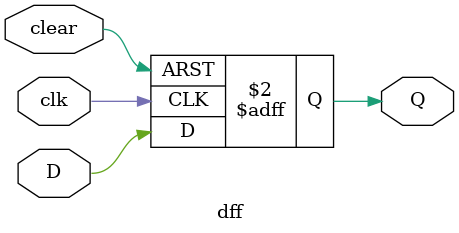
<source format=v>
`timescale 1ns / 1ps


module dff(input clk, input clear, input D, output reg Q);
        always @(posedge clk or posedge clear)
        if (clear)
        begin
            Q <= 1'b0;
        end
        else
        begin
            Q <= D;
        end
endmodule

</source>
